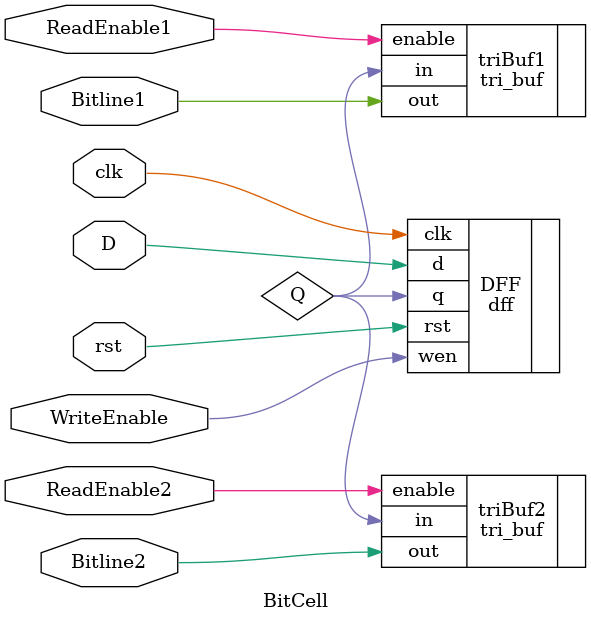
<source format=v>
 module BitCell( input clk,  input rst, input D, input WriteEnable, input ReadEnable1, input ReadEnable2, inout Bitline1, inout Bitline2);
    wire Q; // Between FF and Tri-Bufs
    // First create a DFF
    dff DFF(.q(Q), .d(D), .wen(WriteEnable), .clk(clk), .rst(rst));

    // // Have bypass 
    // wire bypassInput;
    // assign bypassInput = (WriteEnable & ( ReadEnable1 | ReadEnable2 )) ? D : Q; 


    tri_buf triBuf1 (.in(Q), .out(Bitline1), .enable(ReadEnable1));
    tri_buf triBuf2 (.in(Q), .out(Bitline2), .enable(ReadEnable2));

endmodule

</source>
